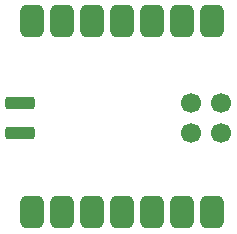
<source format=gbr>
%TF.GenerationSoftware,KiCad,Pcbnew,9.0.1*%
%TF.CreationDate,2025-07-05T23:22:53+10:00*%
%TF.ProjectId,macropad,6d616372-6f70-4616-942e-6b696361645f,rev?*%
%TF.SameCoordinates,Original*%
%TF.FileFunction,Paste,Top*%
%TF.FilePolarity,Positive*%
%FSLAX46Y46*%
G04 Gerber Fmt 4.6, Leading zero omitted, Abs format (unit mm)*
G04 Created by KiCad (PCBNEW 9.0.1) date 2025-07-05 23:22:53*
%MOMM*%
%LPD*%
G01*
G04 APERTURE LIST*
G04 Aperture macros list*
%AMRoundRect*
0 Rectangle with rounded corners*
0 $1 Rounding radius*
0 $2 $3 $4 $5 $6 $7 $8 $9 X,Y pos of 4 corners*
0 Add a 4 corners polygon primitive as box body*
4,1,4,$2,$3,$4,$5,$6,$7,$8,$9,$2,$3,0*
0 Add four circle primitives for the rounded corners*
1,1,$1+$1,$2,$3*
1,1,$1+$1,$4,$5*
1,1,$1+$1,$6,$7*
1,1,$1+$1,$8,$9*
0 Add four rect primitives between the rounded corners*
20,1,$1+$1,$2,$3,$4,$5,0*
20,1,$1+$1,$4,$5,$6,$7,0*
20,1,$1+$1,$6,$7,$8,$9,0*
20,1,$1+$1,$8,$9,$2,$3,0*%
G04 Aperture macros list end*
%ADD10RoundRect,0.500000X-0.500000X0.875000X-0.500000X-0.875000X0.500000X-0.875000X0.500000X0.875000X0*%
%ADD11RoundRect,0.275000X0.975000X0.275000X-0.975000X0.275000X-0.975000X-0.275000X0.975000X-0.275000X0*%
%ADD12C,1.700000*%
G04 APERTURE END LIST*
D10*
%TO.C,U1*%
X98689750Y-26804500D03*
X96149750Y-26804500D03*
X93609750Y-26804500D03*
X91069750Y-26804500D03*
X88529750Y-26804500D03*
X85989750Y-26804500D03*
X83449750Y-26804500D03*
X83449750Y-42969500D03*
X85989750Y-42969500D03*
X88529750Y-42969500D03*
X91069750Y-42969500D03*
X93609750Y-42969500D03*
X96149750Y-42969500D03*
X98689750Y-42969500D03*
D11*
X82429750Y-33716500D03*
X82429750Y-36256500D03*
D12*
X99447750Y-33716500D03*
X99447750Y-36256500D03*
X96907750Y-33716500D03*
X96907750Y-36256500D03*
%TD*%
M02*

</source>
